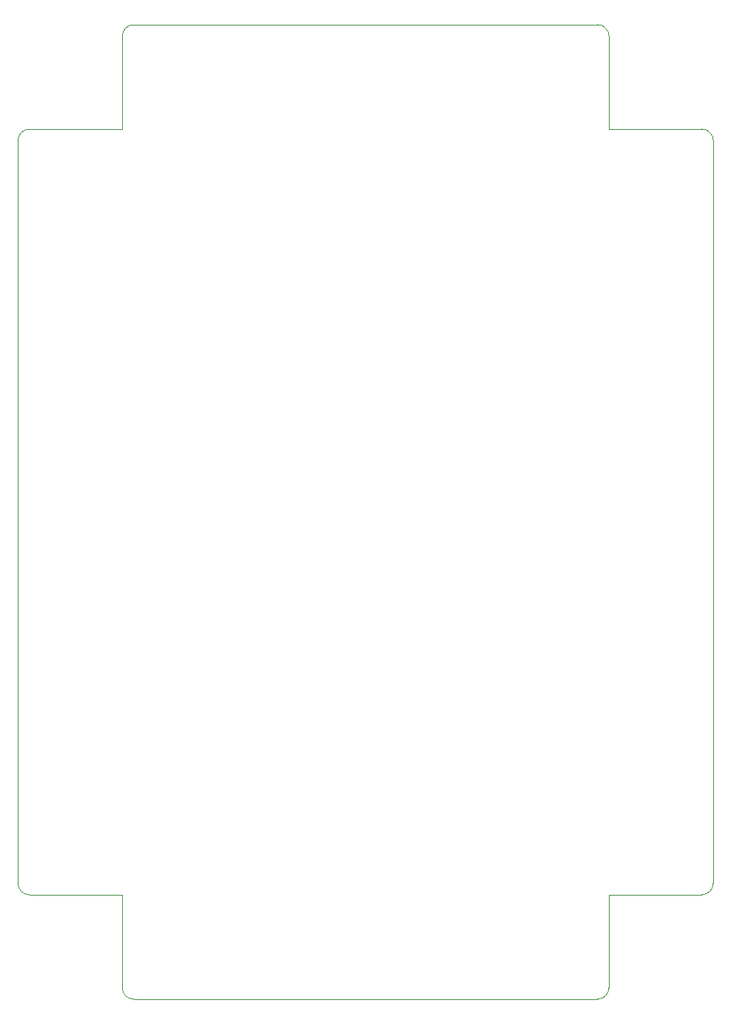
<source format=gbr>
%TF.GenerationSoftware,KiCad,Pcbnew,7.0.1-0*%
%TF.CreationDate,2023-12-13T16:09:33-05:00*%
%TF.ProjectId,Untitled,556e7469-746c-4656-942e-6b696361645f,rev?*%
%TF.SameCoordinates,Original*%
%TF.FileFunction,Paste,Top*%
%TF.FilePolarity,Positive*%
%FSLAX46Y46*%
G04 Gerber Fmt 4.6, Leading zero omitted, Abs format (unit mm)*
G04 Created by KiCad (PCBNEW 7.0.1-0) date 2023-12-13 16:09:33*
%MOMM*%
%LPD*%
G01*
G04 APERTURE LIST*
%TA.AperFunction,Profile*%
%ADD10C,0.100000*%
%TD*%
G04 APERTURE END LIST*
D10*
X49530000Y-62230000D02*
X49530000Y-143510000D01*
X50800000Y-144780000D02*
X60960000Y-144780000D01*
X50800000Y-60960000D02*
G75*
G03*
X49530000Y-62230000I0J-1270000D01*
G01*
X114300000Y-144780000D02*
X114300000Y-154940000D01*
X49530000Y-143510000D02*
G75*
G03*
X50800000Y-144780000I1270000J0D01*
G01*
X114300000Y-60960000D02*
X114300000Y-50800000D01*
X62230000Y-156210000D02*
X113030000Y-156210000D01*
X113030000Y-49530000D02*
X62230000Y-49530000D01*
X60960000Y-60960000D02*
X50800000Y-60960000D01*
X124460000Y-60960000D02*
X114300000Y-60960000D01*
X114300000Y-50800000D02*
G75*
G03*
X113030000Y-49530000I-1270000J0D01*
G01*
X60960000Y-60960000D02*
X60960000Y-50800000D01*
X124460000Y-144780000D02*
X114300000Y-144780000D01*
X62230000Y-49530000D02*
G75*
G03*
X60960000Y-50800000I0J-1270000D01*
G01*
X60960000Y-144780000D02*
X60960000Y-154940000D01*
X113030000Y-156210000D02*
G75*
G03*
X114300000Y-154940000I0J1270000D01*
G01*
X125730000Y-62230000D02*
G75*
G03*
X124460000Y-60960000I-1270000J0D01*
G01*
X125730000Y-143510000D02*
X125730000Y-62230000D01*
X124460000Y-144780000D02*
G75*
G03*
X125730000Y-143510000I0J1270000D01*
G01*
X60960000Y-154940000D02*
G75*
G03*
X62230000Y-156210000I1270000J0D01*
G01*
M02*

</source>
